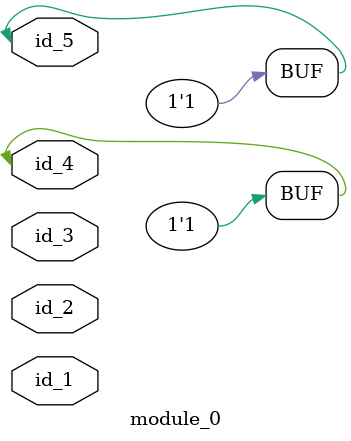
<source format=v>
module module_0 (
    id_1,
    id_2,
    id_3,
    id_4,
    id_5
);
  inout id_5;
  input id_4;
  inout id_3;
  inout id_2;
  input id_1;
  assign id_5 = id_4;
  assign id_5 = 1;
endmodule

</source>
